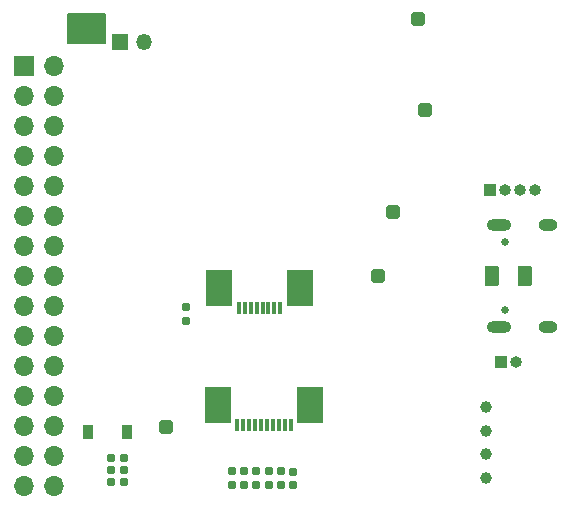
<source format=gbr>
%TF.GenerationSoftware,KiCad,Pcbnew,6.99.0-unknown-5a2f351f28~146~ubuntu20.04.1*%
%TF.CreationDate,2022-01-27T10:55:03+08:00*%
%TF.ProjectId,M5Pi,4d355069-2e6b-4696-9361-645f70636258,1.0*%
%TF.SameCoordinates,Original*%
%TF.FileFunction,Soldermask,Bot*%
%TF.FilePolarity,Negative*%
%FSLAX46Y46*%
G04 Gerber Fmt 4.6, Leading zero omitted, Abs format (unit mm)*
G04 Created by KiCad (PCBNEW 6.99.0-unknown-5a2f351f28~146~ubuntu20.04.1) date 2022-01-27 10:55:03*
%MOMM*%
%LPD*%
G01*
G04 APERTURE LIST*
G04 Aperture macros list*
%AMRoundRect*
0 Rectangle with rounded corners*
0 $1 Rounding radius*
0 $2 $3 $4 $5 $6 $7 $8 $9 X,Y pos of 4 corners*
0 Add a 4 corners polygon primitive as box body*
4,1,4,$2,$3,$4,$5,$6,$7,$8,$9,$2,$3,0*
0 Add four circle primitives for the rounded corners*
1,1,$1+$1,$2,$3*
1,1,$1+$1,$4,$5*
1,1,$1+$1,$6,$7*
1,1,$1+$1,$8,$9*
0 Add four rect primitives between the rounded corners*
20,1,$1+$1,$2,$3,$4,$5,0*
20,1,$1+$1,$4,$5,$6,$7,0*
20,1,$1+$1,$6,$7,$8,$9,0*
20,1,$1+$1,$8,$9,$2,$3,0*%
G04 Aperture macros list end*
%ADD10C,0.200000*%
%ADD11C,1.000000*%
%ADD12R,1.000000X1.000000*%
%ADD13O,1.000000X1.000000*%
%ADD14R,1.700000X1.700000*%
%ADD15O,1.700000X1.700000*%
%ADD16C,0.650000*%
%ADD17O,2.100000X1.000000*%
%ADD18O,1.600000X1.000000*%
%ADD19R,1.350000X1.350000*%
%ADD20O,1.350000X1.350000*%
%ADD21RoundRect,0.160000X-0.160000X0.197500X-0.160000X-0.197500X0.160000X-0.197500X0.160000X0.197500X0*%
%ADD22RoundRect,0.155000X-0.212500X-0.155000X0.212500X-0.155000X0.212500X0.155000X-0.212500X0.155000X0*%
%ADD23RoundRect,0.160000X0.160000X-0.197500X0.160000X0.197500X-0.160000X0.197500X-0.160000X-0.197500X0*%
%ADD24RoundRect,0.300000X0.300000X0.300000X-0.300000X0.300000X-0.300000X-0.300000X0.300000X-0.300000X0*%
%ADD25R,0.300000X1.100000*%
%ADD26R,2.300000X3.100000*%
%ADD27RoundRect,0.155000X0.155000X-0.212500X0.155000X0.212500X-0.155000X0.212500X-0.155000X-0.212500X0*%
%ADD28RoundRect,0.300000X-0.300000X0.300000X-0.300000X-0.300000X0.300000X-0.300000X0.300000X0.300000X0*%
%ADD29RoundRect,0.155000X-0.155000X0.212500X-0.155000X-0.212500X0.155000X-0.212500X0.155000X0.212500X0*%
%ADD30RoundRect,0.250000X0.375000X0.625000X-0.375000X0.625000X-0.375000X-0.625000X0.375000X-0.625000X0*%
%ADD31R,0.900000X1.200000*%
G04 APERTURE END LIST*
D10*
X118063353Y-67501564D02*
X121163353Y-67501564D01*
X121163353Y-67501564D02*
X121163353Y-70001564D01*
X121163353Y-70001564D02*
X118063353Y-70001564D01*
X118063353Y-70001564D02*
X118063353Y-67501564D01*
G36*
X118063353Y-67501564D02*
G01*
X121163353Y-67501564D01*
X121163353Y-70001564D01*
X118063353Y-70001564D01*
X118063353Y-67501564D01*
G37*
D11*
%TO.C,J11*%
X153463353Y-106801564D03*
X153463353Y-104801564D03*
X153463353Y-102801564D03*
X153463353Y-100801564D03*
%TD*%
D12*
%TO.C,J12*%
X153773352Y-82401563D03*
D13*
X155043352Y-82401563D03*
X156313352Y-82401563D03*
X157583352Y-82401563D03*
%TD*%
D12*
%TO.C,J3*%
X154763352Y-96976563D03*
D13*
X156033352Y-96976563D03*
%TD*%
D14*
%TO.C,J2*%
X114313352Y-71901563D03*
D15*
X116853352Y-71901563D03*
X114313352Y-74441563D03*
X116853352Y-74441563D03*
X114313352Y-76981563D03*
X116853352Y-76981563D03*
X114313352Y-79521563D03*
X116853352Y-79521563D03*
X114313352Y-82061563D03*
X116853352Y-82061563D03*
X114313352Y-84601563D03*
X116853352Y-84601563D03*
X114313352Y-87141563D03*
X116853352Y-87141563D03*
X114313352Y-89681563D03*
X116853352Y-89681563D03*
X114313352Y-92221563D03*
X116853352Y-92221563D03*
X114313352Y-94761563D03*
X116853352Y-94761563D03*
X114313352Y-97301563D03*
X116853352Y-97301563D03*
X114313352Y-99841563D03*
X116853352Y-99841563D03*
X114313352Y-102381563D03*
X116853352Y-102381563D03*
X114313352Y-104921563D03*
X116853352Y-104921563D03*
X114313352Y-107461563D03*
X116853352Y-107461563D03*
%TD*%
D16*
%TO.C,UART1*%
X155058353Y-92591564D03*
X155058353Y-86811564D03*
D17*
X154558352Y-94021563D03*
D18*
X158738352Y-94021563D03*
D17*
X154558352Y-85381563D03*
D18*
X158738352Y-85381563D03*
%TD*%
D19*
%TO.C,J6*%
X122463352Y-69901563D03*
D20*
X124463352Y-69901563D03*
%TD*%
D21*
%TO.C,R41*%
X135053353Y-106226564D03*
X135053353Y-107421564D03*
%TD*%
D22*
%TO.C,C54*%
X121695853Y-105101564D03*
X122830853Y-105101564D03*
%TD*%
D23*
%TO.C,R20*%
X136093353Y-107421564D03*
X136093353Y-106226564D03*
%TD*%
D24*
%TO.C,TP1*%
X126363353Y-102501564D03*
%TD*%
D25*
%TO.C,J5*%
X136043352Y-92401563D03*
X135543352Y-92401563D03*
X135043352Y-92401563D03*
X134543352Y-92401563D03*
X134043352Y-92401563D03*
X133543352Y-92401563D03*
X133043352Y-92401563D03*
X132543352Y-92401563D03*
D26*
X130873352Y-90701563D03*
X137713352Y-90701563D03*
%TD*%
D24*
%TO.C,TP2*%
X147663353Y-67951564D03*
%TD*%
D21*
%TO.C,R39*%
X134013353Y-106206564D03*
X134013353Y-107401564D03*
%TD*%
D25*
%TO.C,J4*%
X132413352Y-102339063D03*
X132913352Y-102339063D03*
X133413352Y-102339063D03*
X133913352Y-102339063D03*
X134413352Y-102339063D03*
X134913352Y-102339063D03*
X135413352Y-102339063D03*
X135913352Y-102339063D03*
X136413352Y-102339063D03*
X136913352Y-102339063D03*
D26*
X130743352Y-100639063D03*
X138583352Y-100639063D03*
%TD*%
D24*
%TO.C,TP4*%
X145613353Y-84301564D03*
%TD*%
D27*
%TO.C,C29*%
X137143353Y-107391564D03*
X137143353Y-106256564D03*
%TD*%
D24*
%TO.C,TP3*%
X148263353Y-75601564D03*
%TD*%
D22*
%TO.C,C55*%
X121695853Y-107101564D03*
X122830853Y-107101564D03*
%TD*%
D21*
%TO.C,R33*%
X131943353Y-106206564D03*
X131943353Y-107401564D03*
%TD*%
D28*
%TO.C,TP5*%
X144313353Y-89701564D03*
%TD*%
D29*
%TO.C,C30*%
X128093353Y-92359064D03*
X128093353Y-93494064D03*
%TD*%
D30*
%TO.C,F1*%
X156763353Y-89701564D03*
X153963353Y-89701564D03*
%TD*%
D31*
%TO.C,D5*%
X123049999Y-102899999D03*
X119749999Y-102899999D03*
%TD*%
D22*
%TO.C,C52*%
X121695853Y-106101564D03*
X122830853Y-106101564D03*
%TD*%
D21*
%TO.C,R40*%
X132963353Y-106206564D03*
X132963353Y-107401564D03*
%TD*%
M02*

</source>
